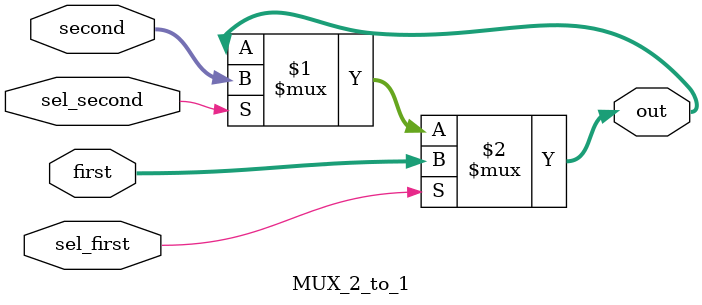
<source format=v>
module MUX_2_to_1(first, second, sel_first, sel_second, out);
  
	parameter WORD_LENGTH = 32;
	input[WORD_LENGTH - 1:0] first, second;
	input sel_first, sel_second;
	output[WORD_LENGTH - 1:0] out;
	
	assign out = sel_first ? first : (sel_second ? second : out); 
	
endmodule

</source>
